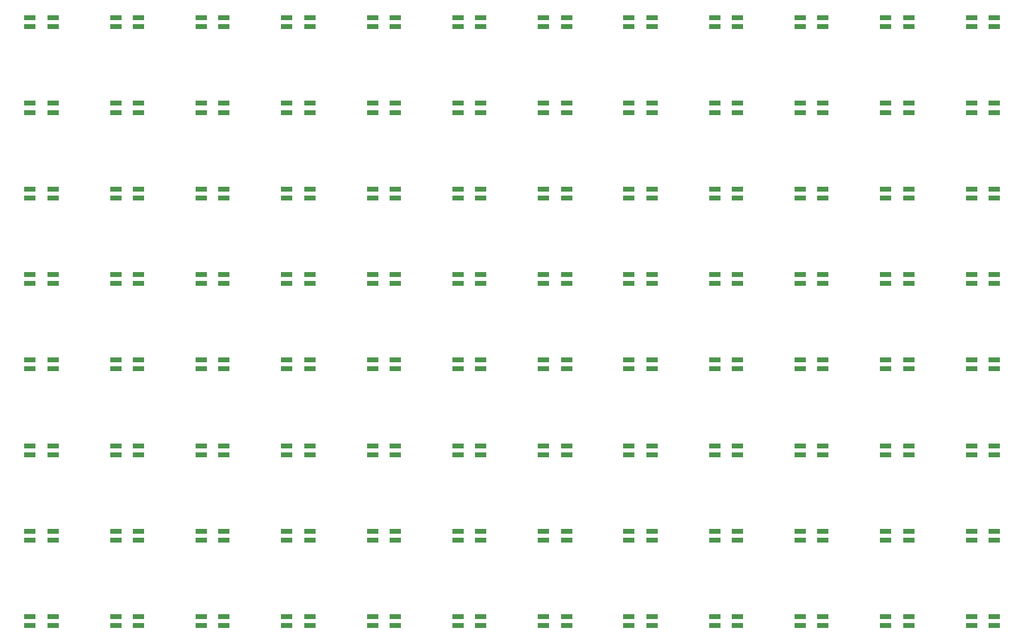
<source format=gtp>
G04 (created by PCBNEW (2013-07-07 BZR 4022)-stable) date 5/10/2014 5:07:10 PM*
%MOIN*%
G04 Gerber Fmt 3.4, Leading zero omitted, Abs format*
%FSLAX34Y34*%
G01*
G70*
G90*
G04 APERTURE LIST*
%ADD10C,0.00590551*%
%ADD11R,0.0472441X0.023622*%
G04 APERTURE END LIST*
G54D10*
G54D11*
X78818Y-39183D03*
X78818Y-39557D03*
X77874Y-39557D03*
X77874Y-39183D03*
X78818Y-42726D03*
X78818Y-43100D03*
X77874Y-43100D03*
X77874Y-42726D03*
X54015Y-63986D03*
X54015Y-64360D03*
X53070Y-64360D03*
X53070Y-63986D03*
X57559Y-53356D03*
X57559Y-53730D03*
X56614Y-53730D03*
X56614Y-53356D03*
X57559Y-56899D03*
X57559Y-57273D03*
X56614Y-57273D03*
X56614Y-56899D03*
X57559Y-60442D03*
X57559Y-60816D03*
X56614Y-60816D03*
X56614Y-60442D03*
X57559Y-63986D03*
X57559Y-64360D03*
X56614Y-64360D03*
X56614Y-63986D03*
X50472Y-53356D03*
X50472Y-53730D03*
X49527Y-53730D03*
X49527Y-53356D03*
X50472Y-56899D03*
X50472Y-57273D03*
X49527Y-57273D03*
X49527Y-56899D03*
X50472Y-60442D03*
X50472Y-60816D03*
X49527Y-60816D03*
X49527Y-60442D03*
X50472Y-63986D03*
X50472Y-64360D03*
X49527Y-64360D03*
X49527Y-63986D03*
X54015Y-53356D03*
X54015Y-53730D03*
X53070Y-53730D03*
X53070Y-53356D03*
X54015Y-56899D03*
X54015Y-57273D03*
X53070Y-57273D03*
X53070Y-56899D03*
X54015Y-60442D03*
X54015Y-60816D03*
X53070Y-60816D03*
X53070Y-60442D03*
X61102Y-63986D03*
X61102Y-64360D03*
X60157Y-64360D03*
X60157Y-63986D03*
X46929Y-53356D03*
X46929Y-53730D03*
X45984Y-53730D03*
X45984Y-53356D03*
X46929Y-56899D03*
X46929Y-57273D03*
X45984Y-57273D03*
X45984Y-56899D03*
X46929Y-60442D03*
X46929Y-60816D03*
X45984Y-60816D03*
X45984Y-60442D03*
X46929Y-63986D03*
X46929Y-64360D03*
X45984Y-64360D03*
X45984Y-63986D03*
X43385Y-53356D03*
X43385Y-53730D03*
X42440Y-53730D03*
X42440Y-53356D03*
X43385Y-56899D03*
X43385Y-57273D03*
X42440Y-57273D03*
X42440Y-56899D03*
X43385Y-60442D03*
X43385Y-60816D03*
X42440Y-60816D03*
X42440Y-60442D03*
X43385Y-63986D03*
X43385Y-64360D03*
X42440Y-64360D03*
X42440Y-63986D03*
X39842Y-53356D03*
X39842Y-53730D03*
X38897Y-53730D03*
X38897Y-53356D03*
X39842Y-56899D03*
X39842Y-57273D03*
X38897Y-57273D03*
X38897Y-56899D03*
X64645Y-63986D03*
X64645Y-64360D03*
X63700Y-64360D03*
X63700Y-63986D03*
X78818Y-53356D03*
X78818Y-53730D03*
X77874Y-53730D03*
X77874Y-53356D03*
X78818Y-56899D03*
X78818Y-57273D03*
X77874Y-57273D03*
X77874Y-56899D03*
X78818Y-60442D03*
X78818Y-60816D03*
X77874Y-60816D03*
X77874Y-60442D03*
X78818Y-63986D03*
X78818Y-64360D03*
X77874Y-64360D03*
X77874Y-63986D03*
X71732Y-53356D03*
X71732Y-53730D03*
X70787Y-53730D03*
X70787Y-53356D03*
X71732Y-56899D03*
X71732Y-57273D03*
X70787Y-57273D03*
X70787Y-56899D03*
X71732Y-60442D03*
X71732Y-60816D03*
X70787Y-60816D03*
X70787Y-60442D03*
X71732Y-63986D03*
X71732Y-64360D03*
X70787Y-64360D03*
X70787Y-63986D03*
X64645Y-53356D03*
X64645Y-53730D03*
X63700Y-53730D03*
X63700Y-53356D03*
X64645Y-56899D03*
X64645Y-57273D03*
X63700Y-57273D03*
X63700Y-56899D03*
X64645Y-60442D03*
X64645Y-60816D03*
X63700Y-60816D03*
X63700Y-60442D03*
X39842Y-60442D03*
X39842Y-60816D03*
X38897Y-60816D03*
X38897Y-60442D03*
X75275Y-53356D03*
X75275Y-53730D03*
X74330Y-53730D03*
X74330Y-53356D03*
X75275Y-56899D03*
X75275Y-57273D03*
X74330Y-57273D03*
X74330Y-56899D03*
X75275Y-60442D03*
X75275Y-60816D03*
X74330Y-60816D03*
X74330Y-60442D03*
X75275Y-63986D03*
X75275Y-64360D03*
X74330Y-64360D03*
X74330Y-63986D03*
X68188Y-53356D03*
X68188Y-53730D03*
X67244Y-53730D03*
X67244Y-53356D03*
X68188Y-56899D03*
X68188Y-57273D03*
X67244Y-57273D03*
X67244Y-56899D03*
X68188Y-60442D03*
X68188Y-60816D03*
X67244Y-60816D03*
X67244Y-60442D03*
X61102Y-53356D03*
X61102Y-53730D03*
X60157Y-53730D03*
X60157Y-53356D03*
X61102Y-56899D03*
X61102Y-57273D03*
X60157Y-57273D03*
X60157Y-56899D03*
X61102Y-60442D03*
X61102Y-60816D03*
X60157Y-60816D03*
X60157Y-60442D03*
X64645Y-42726D03*
X64645Y-43100D03*
X63700Y-43100D03*
X63700Y-42726D03*
X57559Y-42726D03*
X57559Y-43100D03*
X56614Y-43100D03*
X56614Y-42726D03*
X57559Y-39183D03*
X57559Y-39557D03*
X56614Y-39557D03*
X56614Y-39183D03*
X61102Y-49812D03*
X61102Y-50187D03*
X60157Y-50187D03*
X60157Y-49812D03*
X61102Y-46269D03*
X61102Y-46643D03*
X60157Y-46643D03*
X60157Y-46269D03*
X61102Y-42726D03*
X61102Y-43100D03*
X60157Y-43100D03*
X60157Y-42726D03*
X61102Y-39183D03*
X61102Y-39557D03*
X60157Y-39557D03*
X60157Y-39183D03*
X68188Y-49812D03*
X68188Y-50187D03*
X67244Y-50187D03*
X67244Y-49812D03*
X68188Y-46269D03*
X68188Y-46643D03*
X67244Y-46643D03*
X67244Y-46269D03*
X68188Y-42726D03*
X68188Y-43100D03*
X67244Y-43100D03*
X67244Y-42726D03*
X68188Y-39183D03*
X68188Y-39557D03*
X67244Y-39557D03*
X67244Y-39183D03*
X64645Y-49812D03*
X64645Y-50187D03*
X63700Y-50187D03*
X63700Y-49812D03*
X57559Y-46269D03*
X57559Y-46643D03*
X56614Y-46643D03*
X56614Y-46269D03*
X64645Y-39183D03*
X64645Y-39557D03*
X63700Y-39557D03*
X63700Y-39183D03*
X71732Y-49812D03*
X71732Y-50187D03*
X70787Y-50187D03*
X70787Y-49812D03*
X71732Y-46269D03*
X71732Y-46643D03*
X70787Y-46643D03*
X70787Y-46269D03*
X71732Y-42726D03*
X71732Y-43100D03*
X70787Y-43100D03*
X70787Y-42726D03*
X71732Y-39183D03*
X71732Y-39557D03*
X70787Y-39557D03*
X70787Y-39183D03*
X75275Y-49812D03*
X75275Y-50187D03*
X74330Y-50187D03*
X74330Y-49812D03*
X75275Y-46269D03*
X75275Y-46643D03*
X74330Y-46643D03*
X74330Y-46269D03*
X75275Y-42726D03*
X75275Y-43100D03*
X74330Y-43100D03*
X74330Y-42726D03*
X75275Y-39183D03*
X75275Y-39557D03*
X74330Y-39557D03*
X74330Y-39183D03*
X78818Y-49812D03*
X78818Y-50187D03*
X77874Y-50187D03*
X77874Y-49812D03*
X54015Y-42726D03*
X54015Y-43100D03*
X53070Y-43100D03*
X53070Y-42726D03*
X39842Y-63986D03*
X39842Y-64360D03*
X38897Y-64360D03*
X38897Y-63986D03*
X39842Y-49812D03*
X39842Y-50187D03*
X38897Y-50187D03*
X38897Y-49812D03*
X39842Y-46269D03*
X39842Y-46643D03*
X38897Y-46643D03*
X38897Y-46269D03*
X39842Y-42726D03*
X39842Y-43100D03*
X38897Y-43100D03*
X38897Y-42726D03*
X39842Y-39183D03*
X39842Y-39557D03*
X38897Y-39557D03*
X38897Y-39183D03*
X46929Y-49812D03*
X46929Y-50187D03*
X45984Y-50187D03*
X45984Y-49812D03*
X46929Y-46269D03*
X46929Y-46643D03*
X45984Y-46643D03*
X45984Y-46269D03*
X46929Y-42726D03*
X46929Y-43100D03*
X45984Y-43100D03*
X45984Y-42726D03*
X46929Y-39183D03*
X46929Y-39557D03*
X45984Y-39557D03*
X45984Y-39183D03*
X54015Y-49812D03*
X54015Y-50187D03*
X53070Y-50187D03*
X53070Y-49812D03*
X54015Y-46269D03*
X54015Y-46643D03*
X53070Y-46643D03*
X53070Y-46269D03*
X78818Y-46269D03*
X78818Y-46643D03*
X77874Y-46643D03*
X77874Y-46269D03*
X54015Y-39183D03*
X54015Y-39557D03*
X53070Y-39557D03*
X53070Y-39183D03*
X43385Y-49812D03*
X43385Y-50187D03*
X42440Y-50187D03*
X42440Y-49812D03*
X43385Y-46269D03*
X43385Y-46643D03*
X42440Y-46643D03*
X42440Y-46269D03*
X43385Y-42726D03*
X43385Y-43100D03*
X42440Y-43100D03*
X42440Y-42726D03*
X43385Y-39183D03*
X43385Y-39557D03*
X42440Y-39557D03*
X42440Y-39183D03*
X50472Y-49812D03*
X50472Y-50187D03*
X49527Y-50187D03*
X49527Y-49812D03*
X50472Y-46269D03*
X50472Y-46643D03*
X49527Y-46643D03*
X49527Y-46269D03*
X50472Y-42726D03*
X50472Y-43100D03*
X49527Y-43100D03*
X49527Y-42726D03*
X50472Y-39183D03*
X50472Y-39557D03*
X49527Y-39557D03*
X49527Y-39183D03*
X57559Y-49812D03*
X57559Y-50187D03*
X56614Y-50187D03*
X56614Y-49812D03*
X64645Y-46269D03*
X64645Y-46643D03*
X63700Y-46643D03*
X63700Y-46269D03*
X68188Y-63986D03*
X68188Y-64360D03*
X67244Y-64360D03*
X67244Y-63986D03*
M02*

</source>
